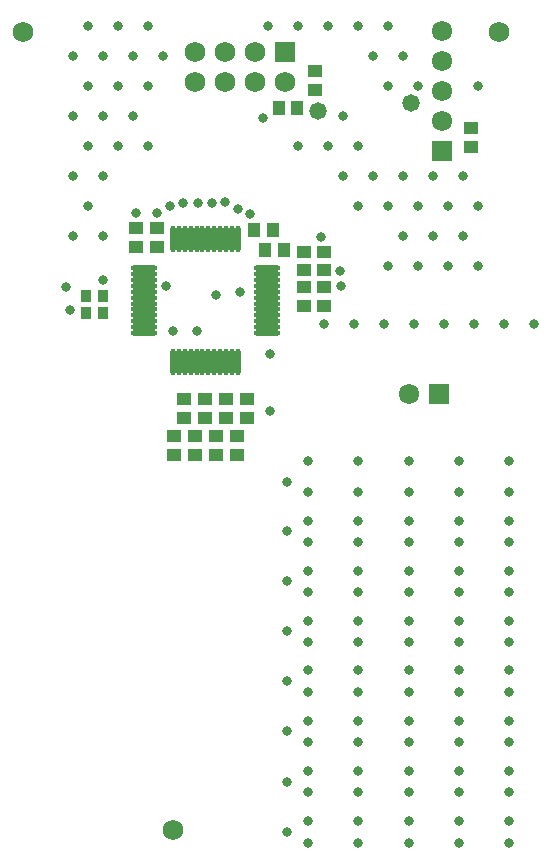
<source format=gbs>
G04*
G04 #@! TF.GenerationSoftware,Altium Limited,Altium Designer,20.0.14 (345)*
G04*
G04 Layer_Color=16711935*
%FSLAX25Y25*%
%MOIN*%
G70*
G01*
G75*
%ADD16R,0.03950X0.04737*%
%ADD18R,0.04737X0.04343*%
%ADD22C,0.05800*%
%ADD23C,0.06800*%
%ADD24C,0.06902*%
%ADD25R,0.06902X0.06902*%
%ADD26C,0.06784*%
%ADD27R,0.06784X0.06784*%
%ADD28R,0.06784X0.06784*%
%ADD29C,0.03200*%
%ADD58R,0.03556X0.04343*%
%ADD59R,0.04343X0.04737*%
%ADD60O,0.01981X0.08871*%
%ADD61O,0.08871X0.01981*%
D16*
X102953Y-37000D02*
D03*
X97047D02*
D03*
D18*
X161000Y-43850D02*
D03*
Y-50150D02*
D03*
X86500Y-140410D02*
D03*
Y-134111D02*
D03*
X76000Y-146500D02*
D03*
Y-152799D02*
D03*
X105500Y-84911D02*
D03*
Y-91211D02*
D03*
Y-96611D02*
D03*
Y-102910D02*
D03*
X112000Y-96611D02*
D03*
Y-102910D02*
D03*
X56500Y-83411D02*
D03*
Y-77111D02*
D03*
X109000Y-31150D02*
D03*
Y-24850D02*
D03*
X112000Y-91211D02*
D03*
Y-84911D02*
D03*
X49500Y-77111D02*
D03*
Y-83411D02*
D03*
X79500Y-134111D02*
D03*
Y-140410D02*
D03*
X83000Y-146500D02*
D03*
Y-152799D02*
D03*
X72500Y-134111D02*
D03*
Y-140410D02*
D03*
X69000Y-146500D02*
D03*
Y-152799D02*
D03*
X65500Y-134111D02*
D03*
Y-140410D02*
D03*
X62000Y-152799D02*
D03*
X62000Y-146500D02*
D03*
D22*
X141000Y-35500D02*
D03*
X110118Y-38202D02*
D03*
D23*
X170200Y-11800D02*
D03*
X61800Y-277700D02*
D03*
X11800Y-11800D02*
D03*
D24*
X69000Y-28500D02*
D03*
Y-18500D02*
D03*
X79000Y-28500D02*
D03*
X89000D02*
D03*
X79000Y-18500D02*
D03*
X89000D02*
D03*
X99000Y-28500D02*
D03*
D25*
Y-18500D02*
D03*
D26*
X140500Y-132261D02*
D03*
X151500Y-11261D02*
D03*
Y-21261D02*
D03*
Y-31261D02*
D03*
Y-41261D02*
D03*
D27*
X150500Y-132261D02*
D03*
D28*
X151500Y-51261D02*
D03*
D29*
X112000Y-109000D02*
D03*
X49500Y-72000D02*
D03*
X84000Y-98500D02*
D03*
X56500Y-72000D02*
D03*
X76000Y-99500D02*
D03*
X138500Y-79761D02*
D03*
X143500Y-89761D02*
D03*
X133500D02*
D03*
X158500Y-79761D02*
D03*
X163500Y-89761D02*
D03*
X148500Y-79761D02*
D03*
X153500Y-89761D02*
D03*
X91732Y-40468D02*
D03*
X163500Y-29761D02*
D03*
X158500Y-59761D02*
D03*
X163500Y-69761D02*
D03*
X148500Y-59761D02*
D03*
X153500Y-69761D02*
D03*
X138500Y-19761D02*
D03*
X143500Y-29761D02*
D03*
X138500Y-59761D02*
D03*
X143500Y-69761D02*
D03*
X133500Y-9761D02*
D03*
X128500Y-19761D02*
D03*
X133500Y-29761D02*
D03*
X128500Y-59761D02*
D03*
X133500Y-69761D02*
D03*
X123500Y-9761D02*
D03*
X118500Y-39761D02*
D03*
X123500Y-49761D02*
D03*
X118500Y-59761D02*
D03*
X123500Y-69761D02*
D03*
X113500Y-9761D02*
D03*
Y-49761D02*
D03*
X103500Y-9761D02*
D03*
Y-49761D02*
D03*
X93500Y-9761D02*
D03*
X58500Y-19761D02*
D03*
X53500Y-9761D02*
D03*
X48500Y-19761D02*
D03*
X53500Y-29761D02*
D03*
X48500Y-39761D02*
D03*
X53500Y-49761D02*
D03*
X43500Y-9761D02*
D03*
X38500Y-19761D02*
D03*
X43500Y-29761D02*
D03*
X38500Y-39761D02*
D03*
X43500Y-49761D02*
D03*
X38500Y-59761D02*
D03*
Y-79761D02*
D03*
X33500Y-9761D02*
D03*
X28500Y-19761D02*
D03*
X33500Y-29761D02*
D03*
X28500Y-39761D02*
D03*
X33500Y-49761D02*
D03*
X28500Y-59761D02*
D03*
X33500Y-69761D02*
D03*
X28500Y-79761D02*
D03*
X74700Y-68600D02*
D03*
X78900Y-68500D02*
D03*
X61762Y-111500D02*
D03*
X70000Y-68700D02*
D03*
X182000Y-109000D02*
D03*
X172000D02*
D03*
X162000D02*
D03*
X152000D02*
D03*
X142000D02*
D03*
X132000D02*
D03*
X122000D02*
D03*
X65076Y-68824D02*
D03*
X60800Y-69900D02*
D03*
X83200Y-70900D02*
D03*
X111000Y-80000D02*
D03*
X94000Y-119000D02*
D03*
Y-138000D02*
D03*
X117613Y-96261D02*
D03*
X117500Y-91261D02*
D03*
X27500Y-104261D02*
D03*
X26000Y-96761D02*
D03*
X38500Y-94261D02*
D03*
X87500Y-72261D02*
D03*
X69755Y-111500D02*
D03*
X59200Y-96544D02*
D03*
X106783Y-248497D02*
D03*
X99783Y-261575D02*
D03*
Y-194834D02*
D03*
Y-211460D02*
D03*
X106783Y-165210D02*
D03*
X123488D02*
D03*
X173602D02*
D03*
X156898D02*
D03*
X140193D02*
D03*
X123489Y-154895D02*
D03*
X173603D02*
D03*
X156899D02*
D03*
X140194D02*
D03*
X106784D02*
D03*
X140194Y-224536D02*
D03*
X156899D02*
D03*
X173603D02*
D03*
X173602Y-215088D02*
D03*
X99783Y-161583D02*
D03*
X156899Y-174659D02*
D03*
X106784D02*
D03*
X123489D02*
D03*
X140194D02*
D03*
X173603D02*
D03*
X106783Y-181836D02*
D03*
X123488D02*
D03*
X173602D02*
D03*
X156898D02*
D03*
X140193D02*
D03*
X99783Y-178208D02*
D03*
X156899Y-191285D02*
D03*
X106784D02*
D03*
X123489D02*
D03*
X140194D02*
D03*
X173603D02*
D03*
X106783Y-198462D02*
D03*
X123488D02*
D03*
X173602D02*
D03*
X156898D02*
D03*
X140193D02*
D03*
X156899Y-207910D02*
D03*
X106784D02*
D03*
X123489D02*
D03*
X140194D02*
D03*
X173603D02*
D03*
X123488Y-215088D02*
D03*
X156898D02*
D03*
X140193D02*
D03*
X106784Y-224536D02*
D03*
X173602Y-231792D02*
D03*
X156898D02*
D03*
X140193D02*
D03*
X123489Y-224536D02*
D03*
X123488Y-231792D02*
D03*
X173603Y-241241D02*
D03*
X173602Y-248497D02*
D03*
X156899Y-241241D02*
D03*
X156898Y-248497D02*
D03*
X140193D02*
D03*
X123489Y-241241D02*
D03*
X123488Y-248497D02*
D03*
X106784Y-241241D02*
D03*
X173603Y-257946D02*
D03*
X173602Y-265202D02*
D03*
X156899Y-257946D02*
D03*
X156898Y-265202D02*
D03*
X140194Y-257946D02*
D03*
X140193Y-265202D02*
D03*
X123489Y-257946D02*
D03*
X123488Y-265202D02*
D03*
X106783D02*
D03*
X106784Y-257946D02*
D03*
X173603Y-274651D02*
D03*
X173602Y-281907D02*
D03*
X156899Y-274651D02*
D03*
X156898Y-281907D02*
D03*
X140194Y-274651D02*
D03*
X140193Y-281907D02*
D03*
X123489Y-274651D02*
D03*
X123488Y-281907D02*
D03*
X106783D02*
D03*
X106784Y-274651D02*
D03*
X140194Y-241241D02*
D03*
X106783Y-231792D02*
D03*
X99783Y-228165D02*
D03*
Y-244870D02*
D03*
Y-278279D02*
D03*
X106783Y-215088D02*
D03*
D58*
X38256Y-99761D02*
D03*
X32744D02*
D03*
X38256Y-105261D02*
D03*
X32744D02*
D03*
D59*
X88850Y-77761D02*
D03*
X95150D02*
D03*
X98650Y-84261D02*
D03*
X92350D02*
D03*
D60*
X83327Y-121832D02*
D03*
X81358D02*
D03*
X79390D02*
D03*
X77421D02*
D03*
X75453D02*
D03*
X73484D02*
D03*
X71516D02*
D03*
X69547D02*
D03*
X67579D02*
D03*
X65610D02*
D03*
X63642D02*
D03*
X61673D02*
D03*
Y-80690D02*
D03*
X63642D02*
D03*
X65610D02*
D03*
X67579D02*
D03*
X69547D02*
D03*
X71516D02*
D03*
X73484D02*
D03*
X75453D02*
D03*
X77421D02*
D03*
X79390D02*
D03*
X81358D02*
D03*
X83327D02*
D03*
D61*
X51929Y-112088D02*
D03*
Y-110119D02*
D03*
Y-108151D02*
D03*
Y-106182D02*
D03*
Y-104214D02*
D03*
Y-102245D02*
D03*
Y-100277D02*
D03*
Y-98308D02*
D03*
Y-96340D02*
D03*
Y-94371D02*
D03*
Y-92403D02*
D03*
Y-90434D02*
D03*
X93071D02*
D03*
Y-92403D02*
D03*
Y-94371D02*
D03*
Y-96340D02*
D03*
Y-98308D02*
D03*
Y-100277D02*
D03*
Y-102245D02*
D03*
Y-104214D02*
D03*
Y-106182D02*
D03*
Y-108151D02*
D03*
Y-110119D02*
D03*
Y-112088D02*
D03*
M02*

</source>
